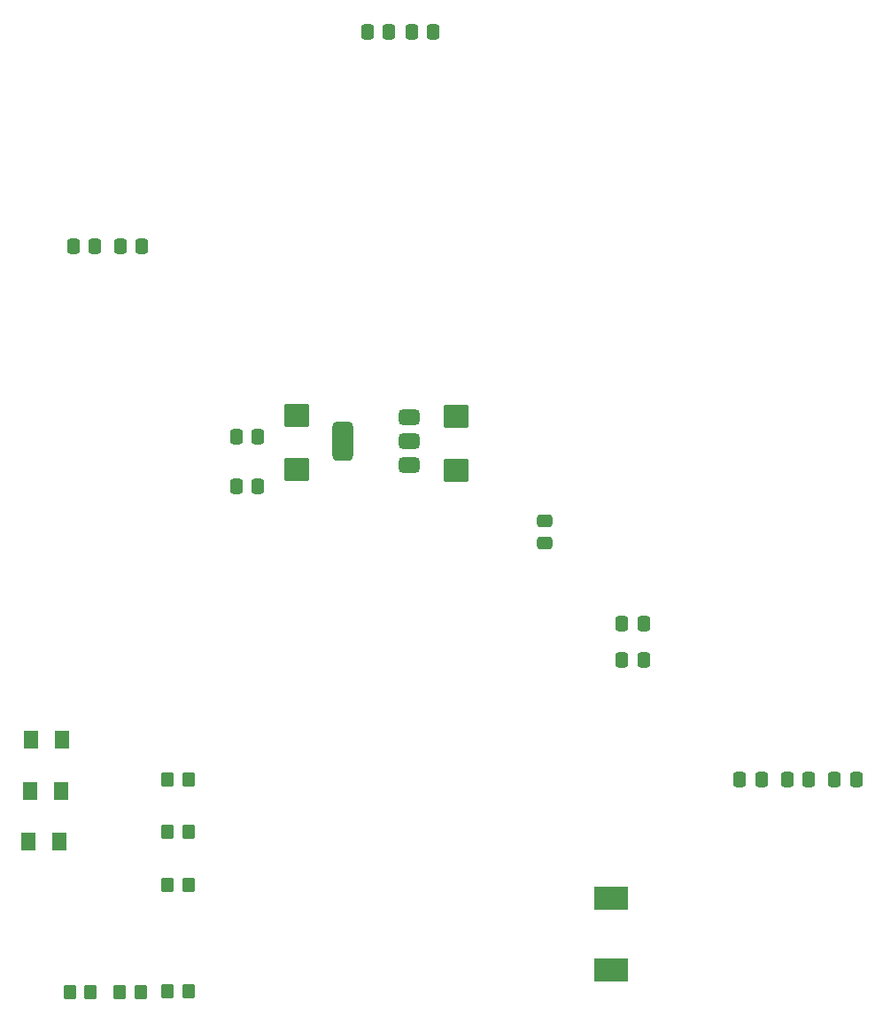
<source format=gbr>
G04 #@! TF.GenerationSoftware,KiCad,Pcbnew,9.0.3*
G04 #@! TF.CreationDate,2025-11-14T23:27:14+05:00*
G04 #@! TF.ProjectId,Weather Station,57656174-6865-4722-9053-746174696f6e,rev?*
G04 #@! TF.SameCoordinates,Original*
G04 #@! TF.FileFunction,Paste,Top*
G04 #@! TF.FilePolarity,Positive*
%FSLAX46Y46*%
G04 Gerber Fmt 4.6, Leading zero omitted, Abs format (unit mm)*
G04 Created by KiCad (PCBNEW 9.0.3) date 2025-11-14 23:27:14*
%MOMM*%
%LPD*%
G01*
G04 APERTURE LIST*
G04 Aperture macros list*
%AMRoundRect*
0 Rectangle with rounded corners*
0 $1 Rounding radius*
0 $2 $3 $4 $5 $6 $7 $8 $9 X,Y pos of 4 corners*
0 Add a 4 corners polygon primitive as box body*
4,1,4,$2,$3,$4,$5,$6,$7,$8,$9,$2,$3,0*
0 Add four circle primitives for the rounded corners*
1,1,$1+$1,$2,$3*
1,1,$1+$1,$4,$5*
1,1,$1+$1,$6,$7*
1,1,$1+$1,$8,$9*
0 Add four rect primitives between the rounded corners*
20,1,$1+$1,$2,$3,$4,$5,0*
20,1,$1+$1,$4,$5,$6,$7,0*
20,1,$1+$1,$6,$7,$8,$9,0*
20,1,$1+$1,$8,$9,$2,$3,0*%
G04 Aperture macros list end*
%ADD10RoundRect,0.250001X-0.462499X-0.624999X0.462499X-0.624999X0.462499X0.624999X-0.462499X0.624999X0*%
%ADD11RoundRect,0.250000X0.350000X0.450000X-0.350000X0.450000X-0.350000X-0.450000X0.350000X-0.450000X0*%
%ADD12RoundRect,0.250000X-0.337500X-0.475000X0.337500X-0.475000X0.337500X0.475000X-0.337500X0.475000X0*%
%ADD13RoundRect,0.250000X0.337500X0.475000X-0.337500X0.475000X-0.337500X-0.475000X0.337500X-0.475000X0*%
%ADD14RoundRect,0.250000X0.475000X-0.337500X0.475000X0.337500X-0.475000X0.337500X-0.475000X-0.337500X0*%
%ADD15R,3.180000X2.250000*%
%ADD16RoundRect,0.250000X-0.350000X-0.450000X0.350000X-0.450000X0.350000X0.450000X-0.350000X0.450000X0*%
%ADD17RoundRect,0.250001X-0.944999X0.872499X-0.944999X-0.872499X0.944999X-0.872499X0.944999X0.872499X0*%
%ADD18RoundRect,0.375000X0.625000X0.375000X-0.625000X0.375000X-0.625000X-0.375000X0.625000X-0.375000X0*%
%ADD19RoundRect,0.500000X0.500000X1.400000X-0.500000X1.400000X-0.500000X-1.400000X0.500000X-1.400000X0*%
G04 APERTURE END LIST*
D10*
X66187500Y-112350000D03*
X69162500Y-112350000D03*
X66325000Y-107585000D03*
X69300000Y-107585000D03*
X66387500Y-102650000D03*
X69362500Y-102650000D03*
D11*
X72125000Y-126800000D03*
X70125000Y-126800000D03*
X76925000Y-126800000D03*
X74925000Y-126800000D03*
X81500000Y-126725000D03*
X79500000Y-126725000D03*
D12*
X70462500Y-55500000D03*
X72537500Y-55500000D03*
X98562500Y-35000000D03*
X100637500Y-35000000D03*
D13*
X77037500Y-55500000D03*
X74962500Y-55500000D03*
D14*
X115500000Y-83837500D03*
X115500000Y-81762500D03*
D12*
X138712500Y-106500000D03*
X140787500Y-106500000D03*
D15*
X121900000Y-117797500D03*
X121900000Y-124707500D03*
D16*
X79500000Y-106500000D03*
X81500000Y-106500000D03*
D12*
X134175000Y-106500000D03*
X136250000Y-106500000D03*
X122925000Y-95000000D03*
X125000000Y-95000000D03*
D16*
X79500000Y-116500000D03*
X81500000Y-116500000D03*
X79500000Y-111500000D03*
X81500000Y-111500000D03*
D17*
X107100000Y-71785000D03*
X107100000Y-76900000D03*
D12*
X143250000Y-106500000D03*
X145325000Y-106500000D03*
X86062500Y-73700000D03*
X88137500Y-73700000D03*
D18*
X102550000Y-76400000D03*
X102550000Y-74100000D03*
D19*
X96250000Y-74100000D03*
D18*
X102550000Y-71800000D03*
D13*
X104875000Y-35000000D03*
X102800000Y-35000000D03*
D17*
X91800000Y-71685000D03*
X91800000Y-76800000D03*
D12*
X86062500Y-78400000D03*
X88137500Y-78400000D03*
X122925000Y-91600000D03*
X125000000Y-91600000D03*
M02*

</source>
